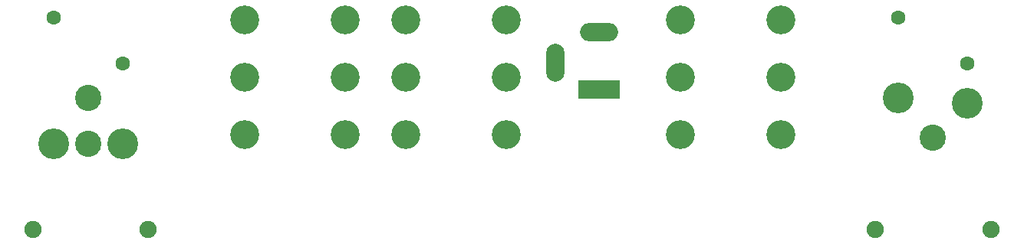
<source format=gbr>
%TF.GenerationSoftware,KiCad,Pcbnew,(6.0.9-0)*%
%TF.CreationDate,2024-08-25T20:51:05+02:00*%
%TF.ProjectId,preamp-test-jacks-board,70726561-6d70-42d7-9465-73742d6a6163,rev?*%
%TF.SameCoordinates,Original*%
%TF.FileFunction,Soldermask,Bot*%
%TF.FilePolarity,Negative*%
%FSLAX46Y46*%
G04 Gerber Fmt 4.6, Leading zero omitted, Abs format (unit mm)*
G04 Created by KiCad (PCBNEW (6.0.9-0)) date 2024-08-25 20:51:05*
%MOMM*%
%LPD*%
G01*
G04 APERTURE LIST*
%ADD10C,1.900000*%
%ADD11C,1.600000*%
%ADD12C,3.400000*%
%ADD13C,2.900000*%
%ADD14R,4.600000X2.000000*%
%ADD15O,4.200000X2.000000*%
%ADD16O,2.000000X4.200000*%
%ADD17C,3.200000*%
G04 APERTURE END LIST*
D10*
%TO.C,J8*%
X59870000Y-68900000D03*
X47130000Y-68900000D03*
%TD*%
D11*
%TO.C,J4*%
X57060000Y-50500000D03*
X49440000Y-45420000D03*
D12*
X57060000Y-59390000D03*
X49440000Y-59390000D03*
D13*
X53250000Y-59390000D03*
X53250000Y-54310000D03*
%TD*%
D14*
%TO.C,J1*%
X109600000Y-53350000D03*
D15*
X109600000Y-47050000D03*
D16*
X104800000Y-50450000D03*
%TD*%
D10*
%TO.C,J7*%
X140130000Y-68900000D03*
X152870000Y-68900000D03*
%TD*%
D17*
%TO.C,J6*%
X70500000Y-52000000D03*
X81600000Y-52000000D03*
X70500000Y-45700000D03*
X81600000Y-45700000D03*
X70500000Y-58350000D03*
X81600000Y-58350000D03*
%TD*%
%TO.C,J5*%
X118600000Y-52000000D03*
X129700000Y-52000000D03*
X129700000Y-45700000D03*
X118600000Y-45700000D03*
X118600000Y-58350000D03*
X129700000Y-58350000D03*
%TD*%
D11*
%TO.C,J2*%
X142640000Y-45410000D03*
X150260000Y-50490000D03*
D12*
X142640000Y-54300000D03*
X150260000Y-54935000D03*
D13*
X146450000Y-58750000D03*
%TD*%
D17*
%TO.C,J3*%
X88300000Y-52000000D03*
X99400000Y-52000000D03*
X88300000Y-45700000D03*
X99400000Y-45700000D03*
X88300000Y-58350000D03*
X99400000Y-58350000D03*
%TD*%
M02*

</source>
